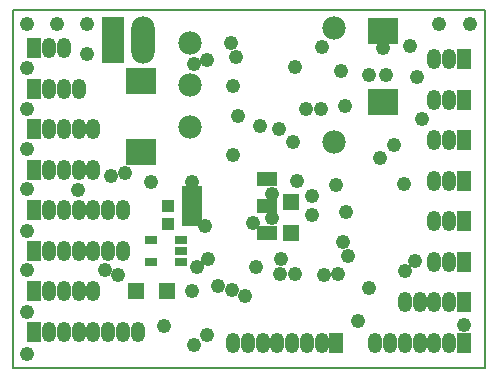
<source format=gbs>
%FSAX25Y25*%
%MOIN*%
G70*
G01*
G75*
%ADD10C,0.00800*%
%ADD11R,0.03543X0.03150*%
%ADD12R,0.03150X0.03543*%
%ADD13R,0.03150X0.03150*%
%ADD14R,0.01575X0.04331*%
%ADD15O,0.01575X0.04331*%
%ADD16O,0.01102X0.05512*%
%ADD17O,0.05512X0.01102*%
%ADD18R,0.04724X0.03543*%
%ADD19R,0.03543X0.03150*%
%ADD20O,0.01102X0.05512*%
%ADD21R,0.01102X0.05512*%
%ADD22C,0.03000*%
%ADD23C,0.04000*%
%ADD24C,0.01500*%
%ADD25R,0.04000X0.06000*%
%ADD26O,0.04000X0.06000*%
%ADD27C,0.04000*%
%ADD28C,0.07000*%
%ADD29O,0.07000X0.15000*%
%ADD30R,0.07000X0.15000*%
%ADD31R,0.03543X0.02362*%
%ADD32R,0.04724X0.04724*%
%ADD33R,0.05906X0.12992*%
%ADD34R,0.05906X0.03937*%
%ADD35R,0.09449X0.07874*%
%ADD36C,0.02500*%
%ADD37C,0.02000*%
%ADD38C,0.07000*%
%ADD39R,0.04343X0.03950*%
%ADD40R,0.03950X0.04343*%
%ADD41R,0.03950X0.03950*%
%ADD42R,0.02375X0.05131*%
%ADD43O,0.02375X0.05131*%
%ADD44O,0.01902X0.06312*%
%ADD45O,0.06312X0.01902*%
%ADD46R,0.05524X0.04343*%
%ADD47R,0.04343X0.03950*%
%ADD48O,0.01902X0.06312*%
%ADD49R,0.01902X0.06312*%
%ADD50R,0.04800X0.06800*%
%ADD51O,0.04800X0.06800*%
%ADD52C,0.04800*%
%ADD53C,0.07800*%
%ADD54O,0.07800X0.15800*%
%ADD55R,0.07800X0.15800*%
%ADD56R,0.04343X0.03162*%
%ADD57R,0.05524X0.05524*%
%ADD58R,0.06706X0.13792*%
%ADD59R,0.06706X0.04737*%
%ADD60R,0.10249X0.08674*%
D10*
X0000400Y0000400D02*
Y0119500D01*
X0157800Y0000400D02*
Y0119500D01*
X0000400D02*
X0157800D01*
X0000400Y0000400D02*
X0157800D01*
D40*
X0052200Y0048400D02*
D03*
Y0054400D02*
D03*
D50*
X0007500Y0106835D02*
D03*
X0150700Y0089774D02*
D03*
Y0035774D02*
D03*
Y0076274D02*
D03*
Y0062774D02*
D03*
Y0103274D02*
D03*
Y0049274D02*
D03*
X0007500Y0093335D02*
D03*
X0007500Y0079835D02*
D03*
X0150700Y0022274D02*
D03*
X0007500Y0025835D02*
D03*
X0007500Y0052835D02*
D03*
Y0039335D02*
D03*
X0150700Y0008774D02*
D03*
X0108176D02*
D03*
X0007500Y0012335D02*
D03*
X0007500Y0066335D02*
D03*
D51*
X0012421Y0106835D02*
D03*
X0017342D02*
D03*
X0140858Y0089774D02*
D03*
X0145779D02*
D03*
Y0035774D02*
D03*
X0140858D02*
D03*
Y0076274D02*
D03*
X0145779D02*
D03*
Y0062774D02*
D03*
X0140858D02*
D03*
Y0103274D02*
D03*
X0145779D02*
D03*
Y0049274D02*
D03*
X0140858D02*
D03*
X0012421Y0093335D02*
D03*
X0017342D02*
D03*
X0022264D02*
D03*
X0027185Y0079835D02*
D03*
X0022264D02*
D03*
X0017343D02*
D03*
X0012421D02*
D03*
X0131015Y0022274D02*
D03*
X0135936D02*
D03*
X0140858D02*
D03*
X0145779D02*
D03*
X0012421Y0025835D02*
D03*
X0017343D02*
D03*
X0022264D02*
D03*
X0027185D02*
D03*
X0037028Y0052835D02*
D03*
X0032106D02*
D03*
X0027185D02*
D03*
X0022264D02*
D03*
X0017343D02*
D03*
X0012421Y0052835D02*
D03*
X0012421Y0039335D02*
D03*
X0017343D02*
D03*
X0022264D02*
D03*
X0027185D02*
D03*
X0032106D02*
D03*
X0037028D02*
D03*
X0121172Y0008774D02*
D03*
X0126094D02*
D03*
X0131015D02*
D03*
X0135936D02*
D03*
X0140858D02*
D03*
X0145779D02*
D03*
X0073728D02*
D03*
X0078649D02*
D03*
X0083570D02*
D03*
X0088491D02*
D03*
X0093413D02*
D03*
X0098334D02*
D03*
X0103255D02*
D03*
X0012421Y0012335D02*
D03*
X0017343D02*
D03*
X0022264D02*
D03*
X0027185D02*
D03*
X0032106D02*
D03*
X0037027D02*
D03*
X0041949D02*
D03*
X0012421Y0066335D02*
D03*
X0017343D02*
D03*
X0022264D02*
D03*
X0027185D02*
D03*
D52*
X0073700Y0071300D02*
D03*
X0082826Y0081074D02*
D03*
X0050700Y0014274D02*
D03*
X0075400Y0084200D02*
D03*
X0086600Y0050400D02*
D03*
X0022200Y0059800D02*
D03*
X0119100Y0027000D02*
D03*
X0061600Y0034100D02*
D03*
X0065500Y0036500D02*
D03*
X0103400Y0107300D02*
D03*
X0111200Y0087500D02*
D03*
X0094500Y0100600D02*
D03*
X0109600Y0099300D02*
D03*
X0108800Y0031700D02*
D03*
X0122600Y0070300D02*
D03*
X0136600Y0083200D02*
D03*
X0123700Y0107000D02*
D03*
X0130700Y0061700D02*
D03*
X0074800Y0104000D02*
D03*
X0065200Y0103100D02*
D03*
X0046282Y0062300D02*
D03*
X0118900Y0098100D02*
D03*
X0132600Y0107700D02*
D03*
X0124700Y0098100D02*
D03*
X0068600Y0027700D02*
D03*
X0100100Y0051200D02*
D03*
X0030900Y0033000D02*
D03*
X0077826Y0024474D02*
D03*
X0073700Y0094400D02*
D03*
X0134400Y0036100D02*
D03*
X0127500Y0074600D02*
D03*
X0135000Y0097300D02*
D03*
X0060200Y0062300D02*
D03*
X0094300Y0031600D02*
D03*
X0108100Y0061200D02*
D03*
X0103000Y0086800D02*
D03*
X0111300Y0052200D02*
D03*
X0080500Y0048600D02*
D03*
X0088900Y0080000D02*
D03*
X0112100Y0037600D02*
D03*
X0131200Y0032500D02*
D03*
X0115300Y0016100D02*
D03*
X0110500Y0042200D02*
D03*
X0093772Y0075500D02*
D03*
X0060600Y0008000D02*
D03*
X0035500Y0031300D02*
D03*
X0081400Y0034000D02*
D03*
X0100100Y0057800D02*
D03*
X0089500Y0031700D02*
D03*
X0089700Y0036500D02*
D03*
X0064900Y0011200D02*
D03*
X0098100Y0086800D02*
D03*
X0094900Y0062800D02*
D03*
X0060000Y0026100D02*
D03*
X0073226Y0026174D02*
D03*
D03*
X0060600Y0101500D02*
D03*
X0073200Y0108800D02*
D03*
X0104000Y0031300D02*
D03*
X0152600Y0115024D02*
D03*
X0015000Y0115000D02*
D03*
X0142500Y0115024D02*
D03*
X0005000Y0115024D02*
D03*
X0025000Y0115024D02*
D03*
Y0105000D02*
D03*
X0086600Y0058400D02*
D03*
X0150700Y0014600D02*
D03*
X0005000Y0005000D02*
D03*
X0064500Y0047600D02*
D03*
X0037794Y0065300D02*
D03*
X0032994Y0064400D02*
D03*
X0005000Y0019024D02*
D03*
Y0032874D02*
D03*
Y0046024D02*
D03*
Y0060000D02*
D03*
Y0073400D02*
D03*
Y0086724D02*
D03*
Y0100200D02*
D03*
D53*
X0059400Y0080600D02*
D03*
X0107400Y0075600D02*
D03*
Y0113600D02*
D03*
X0059400Y0094600D02*
D03*
Y0108600D02*
D03*
D54*
X0043600Y0109700D02*
D03*
D55*
X0033600D02*
D03*
D56*
X0056518Y0043140D02*
D03*
Y0039400D02*
D03*
Y0035660D02*
D03*
X0046282D02*
D03*
Y0043140D02*
D03*
D57*
X0051618Y0026000D02*
D03*
X0041382D02*
D03*
X0093000Y0055618D02*
D03*
Y0045382D02*
D03*
D58*
X0060198Y0054419D02*
D03*
D59*
X0085002Y0045364D02*
D03*
Y0054419D02*
D03*
Y0063474D02*
D03*
D60*
X0123700Y0112511D02*
D03*
Y0088889D02*
D03*
X0042900Y0096011D02*
D03*
Y0072389D02*
D03*
M02*

</source>
